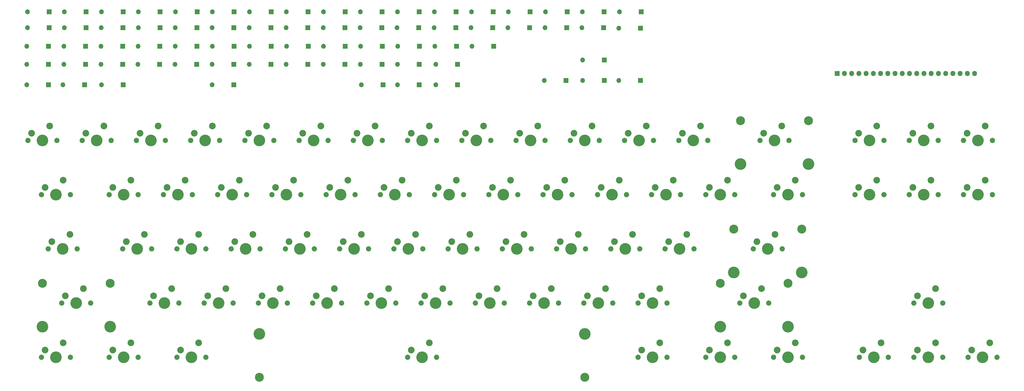
<source format=gbs>
%TF.GenerationSoftware,KiCad,Pcbnew,(5.1.6)-1*%
%TF.CreationDate,2020-11-26T21:26:18-06:00*%
%TF.ProjectId,Protomatrix,50726f74-6f6d-4617-9472-69782e6b6963,rev?*%
%TF.SameCoordinates,Original*%
%TF.FileFunction,Soldermask,Bot*%
%TF.FilePolarity,Negative*%
%FSLAX46Y46*%
G04 Gerber Fmt 4.6, Leading zero omitted, Abs format (unit mm)*
G04 Created by KiCad (PCBNEW (5.1.6)-1) date 2020-11-26 21:26:18*
%MOMM*%
%LPD*%
G01*
G04 APERTURE LIST*
%ADD10O,1.800000X1.800000*%
%ADD11R,1.800000X1.800000*%
%ADD12C,2.350000*%
%ADD13C,4.087800*%
%ADD14C,1.850000*%
%ADD15C,3.148000*%
%ADD16O,1.700000X1.700000*%
%ADD17R,1.700000X1.700000*%
G04 APERTURE END LIST*
D10*
%TO.C,J1*%
X195691250Y-49435000D03*
X193151250Y-49435000D03*
X190611250Y-49435000D03*
X188071250Y-49435000D03*
X185531250Y-49435000D03*
X182991250Y-49435000D03*
X180451250Y-49435000D03*
X177911250Y-49435000D03*
X175371250Y-49435000D03*
X172831250Y-49435000D03*
X170291250Y-49435000D03*
X167751250Y-49435000D03*
X165211250Y-49435000D03*
X162671250Y-49435000D03*
X160131250Y-49435000D03*
X157591250Y-49435000D03*
X155051250Y-49435000D03*
X152511250Y-49435000D03*
X149971250Y-49435000D03*
D11*
X147431250Y-49435000D03*
%TD*%
D12*
%TO.C,MX`1*%
X-129222500Y-67945000D03*
D13*
X-131762500Y-73025000D03*
D12*
X-135572500Y-70485000D03*
D14*
X-136842500Y-73025000D03*
X-126682500Y-73025000D03*
%TD*%
D12*
%TO.C,MX=1*%
X99377500Y-67945000D03*
D13*
X96837500Y-73025000D03*
D12*
X93027500Y-70485000D03*
D14*
X91757500Y-73025000D03*
X101917500Y-73025000D03*
%TD*%
D12*
%TO.C,MX-z1*%
X-86360000Y-125095000D03*
D13*
X-88900000Y-130175000D03*
D12*
X-92710000Y-127635000D03*
D14*
X-93980000Y-130175000D03*
X-83820000Y-130175000D03*
%TD*%
D12*
%TO.C,MX-Y1*%
X-5397500Y-86995000D03*
D13*
X-7937500Y-92075000D03*
D12*
X-11747500Y-89535000D03*
D14*
X-13017500Y-92075000D03*
X-2857500Y-92075000D03*
%TD*%
D12*
%TO.C,MX-x1*%
X-67310000Y-125095000D03*
D13*
X-69850000Y-130175000D03*
D12*
X-73660000Y-127635000D03*
D14*
X-74930000Y-130175000D03*
X-64770000Y-130175000D03*
%TD*%
D12*
%TO.C,MX-W1*%
X-81597500Y-86995000D03*
D13*
X-84137500Y-92075000D03*
D12*
X-87947500Y-89535000D03*
D14*
X-89217500Y-92075000D03*
X-79057500Y-92075000D03*
%TD*%
D12*
%TO.C,MX-v1*%
X-29210000Y-125095000D03*
D13*
X-31750000Y-130175000D03*
D12*
X-35560000Y-127635000D03*
D14*
X-36830000Y-130175000D03*
X-26670000Y-130175000D03*
%TD*%
D12*
%TO.C,MX-Up1*%
X181927500Y-125095000D03*
D13*
X179387500Y-130175000D03*
D12*
X175577500Y-127635000D03*
D14*
X174307500Y-130175000D03*
X184467500Y-130175000D03*
%TD*%
D12*
%TO.C,MX-U1*%
X13652500Y-86995000D03*
D13*
X11112500Y-92075000D03*
D12*
X7302500Y-89535000D03*
D14*
X6032500Y-92075000D03*
X16192500Y-92075000D03*
%TD*%
D12*
%TO.C,MX-Tab1*%
X-124460000Y-86995000D03*
D13*
X-127000000Y-92075000D03*
D12*
X-130810000Y-89535000D03*
D14*
X-132080000Y-92075000D03*
X-121920000Y-92075000D03*
%TD*%
D12*
%TO.C,MX-T1*%
X-24447500Y-86995000D03*
D13*
X-26987500Y-92075000D03*
D12*
X-30797500Y-89535000D03*
D14*
X-32067500Y-92075000D03*
X-21907500Y-92075000D03*
%TD*%
D12*
%TO.C,MX-Spc1*%
X4127500Y-144145000D03*
D13*
X1587500Y-149225000D03*
D12*
X-2222500Y-146685000D03*
D14*
X-3492500Y-149225000D03*
X6667500Y-149225000D03*
D15*
X-55562500Y-156210000D03*
X58737500Y-156210000D03*
D13*
X-55562500Y-140970000D03*
X58737500Y-140970000D03*
%TD*%
D12*
%TO.C,MX-s1*%
X-76835000Y-106045000D03*
D13*
X-79375000Y-111125000D03*
D12*
X-83185000Y-108585000D03*
D14*
X-84455000Y-111125000D03*
X-74295000Y-111125000D03*
%TD*%
D12*
%TO.C,MX-RSys1*%
X108902500Y-144145000D03*
D13*
X106362500Y-149225000D03*
D12*
X102552500Y-146685000D03*
D14*
X101282500Y-149225000D03*
X111442500Y-149225000D03*
%TD*%
D12*
%TO.C,MX-RShift1*%
X120808750Y-125095000D03*
D13*
X118268750Y-130175000D03*
D12*
X114458750Y-127635000D03*
D14*
X113188750Y-130175000D03*
X123348750Y-130175000D03*
D15*
X106362500Y-123190000D03*
X130175000Y-123190000D03*
D13*
X106362500Y-138430000D03*
X130175000Y-138430000D03*
%TD*%
D12*
%TO.C,MX-Right1*%
X201041000Y-144145000D03*
D13*
X198501000Y-149225000D03*
D12*
X194691000Y-146685000D03*
D14*
X193421000Y-149225000D03*
X203581000Y-149225000D03*
%TD*%
D12*
%TO.C,MX-RCtrl1*%
X132715000Y-144145000D03*
D13*
X130175000Y-149225000D03*
D12*
X126365000Y-146685000D03*
D14*
X125095000Y-149225000D03*
X135255000Y-149225000D03*
%TD*%
D12*
%TO.C,MX-RAlt1*%
X85090000Y-144145000D03*
D13*
X82550000Y-149225000D03*
D12*
X78740000Y-146685000D03*
D14*
X77470000Y-149225000D03*
X87630000Y-149225000D03*
%TD*%
D12*
%TO.C,MX-R1*%
X-43497500Y-86995000D03*
D13*
X-46037500Y-92075000D03*
D12*
X-49847500Y-89535000D03*
D14*
X-51117500Y-92075000D03*
X-40957500Y-92075000D03*
%TD*%
D12*
%TO.C,MX-Q1*%
X-100647500Y-86995000D03*
D13*
X-103187500Y-92075000D03*
D12*
X-106997500Y-89535000D03*
D14*
X-108267500Y-92075000D03*
X-98107500Y-92075000D03*
%TD*%
D12*
%TO.C,MX-PgUp1*%
X199390000Y-67945000D03*
D13*
X196850000Y-73025000D03*
D12*
X193040000Y-70485000D03*
D14*
X191770000Y-73025000D03*
X201930000Y-73025000D03*
%TD*%
D12*
%TO.C,MX-PgDn1*%
X199390000Y-86995000D03*
D13*
X196850000Y-92075000D03*
D12*
X193040000Y-89535000D03*
D14*
X191770000Y-92075000D03*
X201930000Y-92075000D03*
%TD*%
D12*
%TO.C,MX-p1*%
X70866000Y-86995000D03*
D13*
X68326000Y-92075000D03*
D12*
X64516000Y-89535000D03*
D14*
X63246000Y-92075000D03*
X73406000Y-92075000D03*
%TD*%
D12*
%TO.C,MX-O1*%
X51752500Y-86995000D03*
D13*
X49212500Y-92075000D03*
D12*
X45402500Y-89535000D03*
D14*
X44132500Y-92075000D03*
X54292500Y-92075000D03*
%TD*%
D12*
%TO.C,MX-n1*%
X8890000Y-125095000D03*
D13*
X6350000Y-130175000D03*
D12*
X2540000Y-127635000D03*
D14*
X1270000Y-130175000D03*
X11430000Y-130175000D03*
%TD*%
D12*
%TO.C,MX-m1*%
X27940000Y-125095000D03*
D13*
X25400000Y-130175000D03*
D12*
X21590000Y-127635000D03*
D14*
X20320000Y-130175000D03*
X30480000Y-130175000D03*
%TD*%
D12*
%TO.C,MX-LSys1*%
X-100647500Y-144145000D03*
D13*
X-103187500Y-149225000D03*
D12*
X-106997500Y-146685000D03*
D14*
X-108267500Y-149225000D03*
X-98107500Y-149225000D03*
%TD*%
D12*
%TO.C,MX-LShift1*%
X-117300250Y-125095250D03*
D13*
X-119840250Y-130175250D03*
D12*
X-123650250Y-127635250D03*
D14*
X-124920250Y-130175250D03*
X-114760250Y-130175250D03*
D15*
X-131746500Y-123190250D03*
X-107934000Y-123190250D03*
D13*
X-131746500Y-138430250D03*
X-107934000Y-138430250D03*
%TD*%
D12*
%TO.C,MX-Left1*%
X162814000Y-144145000D03*
D13*
X160274000Y-149225000D03*
D12*
X156464000Y-146685000D03*
D14*
X155194000Y-149225000D03*
X165354000Y-149225000D03*
%TD*%
D12*
%TO.C,MX-LCtrl1*%
X-124460000Y-144145000D03*
D13*
X-127000000Y-149225000D03*
D12*
X-130810000Y-146685000D03*
D14*
X-132080000Y-149225000D03*
X-121920000Y-149225000D03*
%TD*%
D12*
%TO.C,MX-LAlt1*%
X-76835000Y-144145000D03*
D13*
X-79375000Y-149225000D03*
D12*
X-83185000Y-146685000D03*
D14*
X-84455000Y-149225000D03*
X-74295000Y-149225000D03*
%TD*%
D12*
%TO.C,MX-l1*%
X56515000Y-106045000D03*
D13*
X53975000Y-111125000D03*
D12*
X50165000Y-108585000D03*
D14*
X48895000Y-111125000D03*
X59055000Y-111125000D03*
%TD*%
D12*
%TO.C,MX-k1*%
X37465000Y-106045000D03*
D13*
X34925000Y-111125000D03*
D12*
X31115000Y-108585000D03*
D14*
X29845000Y-111125000D03*
X40005000Y-111125000D03*
%TD*%
D12*
%TO.C,MX-j1*%
X18415000Y-106045000D03*
D13*
X15875000Y-111125000D03*
D12*
X12065000Y-108585000D03*
D14*
X10795000Y-111125000D03*
X20955000Y-111125000D03*
%TD*%
D12*
%TO.C,MX-Ins1*%
X161290000Y-67945000D03*
D13*
X158750000Y-73025000D03*
D12*
X154940000Y-70485000D03*
D14*
X153670000Y-73025000D03*
X163830000Y-73025000D03*
%TD*%
D12*
%TO.C,MX-i1*%
X32702500Y-86995000D03*
D13*
X30162500Y-92075000D03*
D12*
X26352500Y-89535000D03*
D14*
X25082500Y-92075000D03*
X35242500Y-92075000D03*
%TD*%
D12*
%TO.C,MX-Hm1*%
X180340000Y-67945000D03*
D13*
X177800000Y-73025000D03*
D12*
X173990000Y-70485000D03*
D14*
X172720000Y-73025000D03*
X182880000Y-73025000D03*
%TD*%
D12*
%TO.C,MX-h1*%
X-635000Y-106045000D03*
D13*
X-3175000Y-111125000D03*
D12*
X-6985000Y-108585000D03*
D14*
X-8255000Y-111125000D03*
X1905000Y-111125000D03*
%TD*%
D12*
%TO.C,MX-g1*%
X-19685000Y-106045000D03*
D13*
X-22225000Y-111125000D03*
D12*
X-26035000Y-108585000D03*
D14*
X-27305000Y-111125000D03*
X-17145000Y-111125000D03*
%TD*%
D12*
%TO.C,MX-f1*%
X-38735000Y-106045000D03*
D13*
X-41275000Y-111125000D03*
D12*
X-45085000Y-108585000D03*
D14*
X-46355000Y-111125000D03*
X-36195000Y-111125000D03*
%TD*%
D12*
%TO.C,MX-Enter1*%
X125571250Y-106045000D03*
D13*
X123031250Y-111125000D03*
D12*
X119221250Y-108585000D03*
D14*
X117951250Y-111125000D03*
X128111250Y-111125000D03*
D15*
X111125000Y-104140000D03*
X134937500Y-104140000D03*
D13*
X111125000Y-119380000D03*
X134937500Y-119380000D03*
%TD*%
D12*
%TO.C,MX-end1*%
X180340000Y-86995000D03*
D13*
X177800000Y-92075000D03*
D12*
X173990000Y-89535000D03*
D14*
X172720000Y-92075000D03*
X182880000Y-92075000D03*
%TD*%
D12*
%TO.C,MX-E1*%
X-62547500Y-86995000D03*
D13*
X-65087500Y-92075000D03*
D12*
X-68897500Y-89535000D03*
D14*
X-70167500Y-92075000D03*
X-60007500Y-92075000D03*
%TD*%
D12*
%TO.C,MX-Down1*%
X181927500Y-144145000D03*
D13*
X179387500Y-149225000D03*
D12*
X175577500Y-146685000D03*
D14*
X174307500Y-149225000D03*
X184467500Y-149225000D03*
%TD*%
D12*
%TO.C,MX-Del1*%
X161290000Y-86995000D03*
D13*
X158750000Y-92075000D03*
D12*
X154940000Y-89535000D03*
D14*
X153670000Y-92075000D03*
X163830000Y-92075000D03*
%TD*%
D12*
%TO.C,MX-d1*%
X-57785000Y-106045000D03*
D13*
X-60325000Y-111125000D03*
D12*
X-64135000Y-108585000D03*
D14*
X-65405000Y-111125000D03*
X-55245000Y-111125000D03*
%TD*%
D12*
%TO.C,MX-Caps1*%
X-122078750Y-106045000D03*
D13*
X-124618750Y-111125000D03*
D12*
X-128428750Y-108585000D03*
D14*
X-129698750Y-111125000D03*
X-119538750Y-111125000D03*
%TD*%
D12*
%TO.C,MX-c1*%
X-48260000Y-125095000D03*
D13*
X-50800000Y-130175000D03*
D12*
X-54610000Y-127635000D03*
D14*
X-55880000Y-130175000D03*
X-45720000Y-130175000D03*
%TD*%
D12*
%TO.C,MX-Bksp1*%
X127952500Y-67945000D03*
D13*
X125412500Y-73025000D03*
D12*
X121602500Y-70485000D03*
D14*
X120332500Y-73025000D03*
X130492500Y-73025000D03*
D15*
X113506250Y-66040000D03*
X137318750Y-66040000D03*
D13*
X113506250Y-81280000D03*
X137318750Y-81280000D03*
%TD*%
D12*
%TO.C,MX-b1*%
X-10160000Y-125095000D03*
D13*
X-12700000Y-130175000D03*
D12*
X-16510000Y-127635000D03*
D14*
X-17780000Y-130175000D03*
X-7620000Y-130175000D03*
%TD*%
D12*
%TO.C,MX-a1*%
X-95885000Y-106045000D03*
D13*
X-98425000Y-111125000D03*
D12*
X-102235000Y-108585000D03*
D14*
X-103505000Y-111125000D03*
X-93345000Y-111125000D03*
%TD*%
D12*
%TO.C,MX-]1*%
X108902500Y-86995000D03*
D13*
X106362500Y-92075000D03*
D12*
X102552500Y-89535000D03*
D14*
X101282500Y-92075000D03*
X111442500Y-92075000D03*
%TD*%
D12*
%TO.C,MX-\u005C1*%
X132715000Y-86995000D03*
D13*
X130175000Y-92075000D03*
D12*
X126365000Y-89535000D03*
D14*
X125095000Y-92075000D03*
X135255000Y-92075000D03*
%TD*%
D12*
%TO.C,MX-[1*%
X89852500Y-86995000D03*
D13*
X87312500Y-92075000D03*
D12*
X83502500Y-89535000D03*
D14*
X82232500Y-92075000D03*
X92392500Y-92075000D03*
%TD*%
D12*
%TO.C,MX-;1*%
X75565000Y-106045000D03*
D13*
X73025000Y-111125000D03*
D12*
X69215000Y-108585000D03*
D14*
X67945000Y-111125000D03*
X78105000Y-111125000D03*
%TD*%
D12*
%TO.C,MX-/1*%
X85090000Y-125095000D03*
D13*
X82550000Y-130175000D03*
D12*
X78740000Y-127635000D03*
D14*
X77470000Y-130175000D03*
X87630000Y-130175000D03*
%TD*%
D12*
%TO.C,MX-'1*%
X94615000Y-106045000D03*
D13*
X92075000Y-111125000D03*
D12*
X88265000Y-108585000D03*
D14*
X86995000Y-111125000D03*
X97155000Y-111125000D03*
%TD*%
D12*
%TO.C,MX-1*%
X80327500Y-67945000D03*
D13*
X77787500Y-73025000D03*
D12*
X73977500Y-70485000D03*
D14*
X72707500Y-73025000D03*
X82867500Y-73025000D03*
%TD*%
D12*
%TO.C,MX-.1*%
X66040000Y-125095000D03*
D13*
X63500000Y-130175000D03*
D12*
X59690000Y-127635000D03*
D14*
X58420000Y-130175000D03*
X68580000Y-130175000D03*
%TD*%
D12*
%TO.C,MX-\u002C1*%
X46990000Y-125095000D03*
D13*
X44450000Y-130175000D03*
D12*
X40640000Y-127635000D03*
D14*
X39370000Y-130175000D03*
X49530000Y-130175000D03*
%TD*%
D12*
%TO.C,MX9*%
X42227500Y-67945000D03*
D13*
X39687500Y-73025000D03*
D12*
X35877500Y-70485000D03*
D14*
X34607500Y-73025000D03*
X44767500Y-73025000D03*
%TD*%
D12*
%TO.C,MX8*%
X23177500Y-67945000D03*
D13*
X20637500Y-73025000D03*
D12*
X16827500Y-70485000D03*
D14*
X15557500Y-73025000D03*
X25717500Y-73025000D03*
%TD*%
D12*
%TO.C,MX7*%
X4127500Y-67945000D03*
D13*
X1587500Y-73025000D03*
D12*
X-2222500Y-70485000D03*
D14*
X-3492500Y-73025000D03*
X6667500Y-73025000D03*
%TD*%
D12*
%TO.C,MX6*%
X-14922500Y-67945000D03*
D13*
X-17462500Y-73025000D03*
D12*
X-21272500Y-70485000D03*
D14*
X-22542500Y-73025000D03*
X-12382500Y-73025000D03*
%TD*%
D12*
%TO.C,MX5*%
X-33972500Y-67945000D03*
D13*
X-36512500Y-73025000D03*
D12*
X-40322500Y-70485000D03*
D14*
X-41592500Y-73025000D03*
X-31432500Y-73025000D03*
%TD*%
D12*
%TO.C,MX4*%
X-53022500Y-67945000D03*
D13*
X-55562500Y-73025000D03*
D12*
X-59372500Y-70485000D03*
D14*
X-60642500Y-73025000D03*
X-50482500Y-73025000D03*
%TD*%
D12*
%TO.C,MX3*%
X-72072500Y-67945000D03*
D13*
X-74612500Y-73025000D03*
D12*
X-78422500Y-70485000D03*
D14*
X-79692500Y-73025000D03*
X-69532500Y-73025000D03*
%TD*%
D12*
%TO.C,MX2*%
X-91122500Y-67945000D03*
D13*
X-93662500Y-73025000D03*
D12*
X-97472500Y-70485000D03*
D14*
X-98742500Y-73025000D03*
X-88582500Y-73025000D03*
%TD*%
D12*
%TO.C,MX1*%
X-110172500Y-67945000D03*
D13*
X-112712500Y-73025000D03*
D12*
X-116522500Y-70485000D03*
D14*
X-117792500Y-73025000D03*
X-107632500Y-73025000D03*
%TD*%
D12*
%TO.C,MX0*%
X61277500Y-67945000D03*
D13*
X58737500Y-73025000D03*
D12*
X54927500Y-70485000D03*
D14*
X53657500Y-73025000D03*
X63817500Y-73025000D03*
%TD*%
D16*
%TO.C,D70*%
X70755000Y-51879750D03*
D17*
X78375000Y-51879750D03*
%TD*%
D16*
%TO.C,D69*%
X58055000Y-51879750D03*
D17*
X65675000Y-51879750D03*
%TD*%
D16*
%TO.C,D68*%
X44561250Y-51879750D03*
D17*
X52181250Y-51879750D03*
%TD*%
D16*
%TO.C,D67*%
X6461250Y-53403750D03*
D17*
X14081250Y-53403750D03*
%TD*%
D16*
%TO.C,D66*%
X-7032500Y-53403750D03*
D17*
X587500Y-53403750D03*
%TD*%
D16*
%TO.C,D65*%
X-19732500Y-53403750D03*
D17*
X-12112500Y-53403750D03*
%TD*%
D16*
%TO.C,D64*%
X-72120000Y-53403750D03*
D17*
X-64500000Y-53403750D03*
%TD*%
D16*
%TO.C,D63*%
X-111013750Y-53403750D03*
D17*
X-103393750Y-53403750D03*
%TD*%
D16*
%TO.C,D62*%
X-124507500Y-53403750D03*
D17*
X-116887500Y-53403750D03*
%TD*%
D16*
%TO.C,D61*%
X-137207500Y-53403750D03*
D17*
X-129587500Y-53403750D03*
%TD*%
D16*
%TO.C,D60*%
X58055000Y-44736000D03*
D17*
X65675000Y-44736000D03*
%TD*%
D16*
%TO.C,D59*%
X6461250Y-46260000D03*
D17*
X14081250Y-46260000D03*
%TD*%
D16*
%TO.C,D58*%
X-7032500Y-46260000D03*
D17*
X587500Y-46260000D03*
%TD*%
D16*
%TO.C,D57*%
X-20050000Y-46260000D03*
D17*
X-12430000Y-46260000D03*
%TD*%
D16*
%TO.C,D56*%
X-33067500Y-46260000D03*
D17*
X-25447500Y-46260000D03*
%TD*%
D16*
%TO.C,D55*%
X-46085000Y-46260000D03*
D17*
X-38465000Y-46260000D03*
%TD*%
D16*
%TO.C,D54*%
X-59102500Y-46260000D03*
D17*
X-51482500Y-46260000D03*
%TD*%
D16*
%TO.C,D53*%
X-72120000Y-46260000D03*
D17*
X-64500000Y-46260000D03*
%TD*%
D16*
%TO.C,D52*%
X-85137500Y-46260000D03*
D17*
X-77517500Y-46260000D03*
%TD*%
D16*
%TO.C,D51*%
X-98155000Y-46260000D03*
D17*
X-90535000Y-46260000D03*
%TD*%
D16*
%TO.C,D50*%
X-111172500Y-46260000D03*
D17*
X-103552500Y-46260000D03*
%TD*%
D16*
%TO.C,D49*%
X-124190000Y-46260000D03*
D17*
X-116570000Y-46260000D03*
%TD*%
D16*
%TO.C,D48*%
X-137207500Y-46260000D03*
D17*
X-129587500Y-46260000D03*
%TD*%
D16*
%TO.C,D47*%
X19161250Y-39910000D03*
D17*
X26781250Y-39910000D03*
%TD*%
D16*
%TO.C,D46*%
X6130519Y-39910000D03*
D17*
X13750519Y-39910000D03*
%TD*%
D16*
%TO.C,D45*%
X-6900210Y-39910000D03*
D17*
X719790Y-39910000D03*
%TD*%
D16*
%TO.C,D44*%
X-19930939Y-39910000D03*
D17*
X-12310939Y-39910000D03*
%TD*%
D16*
%TO.C,D43*%
X-32961668Y-39910000D03*
D17*
X-25341668Y-39910000D03*
%TD*%
D16*
%TO.C,D42*%
X-45992397Y-39910000D03*
D17*
X-38372397Y-39910000D03*
%TD*%
D16*
%TO.C,D41*%
X-59023126Y-39910000D03*
D17*
X-51403126Y-39910000D03*
%TD*%
D16*
%TO.C,D40*%
X-72053855Y-39910000D03*
D17*
X-64433855Y-39910000D03*
%TD*%
D16*
%TO.C,D39*%
X-85084584Y-39910000D03*
D17*
X-77464584Y-39910000D03*
%TD*%
D16*
%TO.C,D38*%
X-98115313Y-39910000D03*
D17*
X-90495313Y-39910000D03*
%TD*%
D16*
%TO.C,D37*%
X-111146042Y-39910000D03*
D17*
X-103526042Y-39910000D03*
%TD*%
D16*
%TO.C,D36*%
X-124176771Y-39910000D03*
D17*
X-116556771Y-39910000D03*
%TD*%
D16*
%TO.C,D35*%
X-137207500Y-39910000D03*
D17*
X-129587500Y-39910000D03*
%TD*%
D16*
%TO.C,D34*%
X-137001250Y-33337500D03*
D17*
X-129381250Y-33337500D03*
%TD*%
D16*
%TO.C,D33*%
X70755000Y-33560000D03*
D17*
X78375000Y-33560000D03*
%TD*%
D16*
%TO.C,D32*%
X57770225Y-33337500D03*
D17*
X65390225Y-33337500D03*
%TD*%
D16*
%TO.C,D31*%
X44785460Y-33337500D03*
D17*
X52405460Y-33337500D03*
%TD*%
D16*
%TO.C,D30*%
X31800695Y-33337500D03*
D17*
X39420695Y-33337500D03*
%TD*%
D16*
%TO.C,D29*%
X18815930Y-33337500D03*
D17*
X26435930Y-33337500D03*
%TD*%
D16*
%TO.C,D28*%
X5831165Y-33337500D03*
D17*
X13451165Y-33337500D03*
%TD*%
D16*
%TO.C,D27*%
X-7153600Y-33337500D03*
D17*
X466400Y-33337500D03*
%TD*%
D16*
%TO.C,D26*%
X-20138365Y-33337500D03*
D17*
X-12518365Y-33337500D03*
%TD*%
D16*
%TO.C,D25*%
X-33123130Y-33337500D03*
D17*
X-25503130Y-33337500D03*
%TD*%
D16*
%TO.C,D24*%
X-46107895Y-33337500D03*
D17*
X-38487895Y-33337500D03*
%TD*%
D16*
%TO.C,D23*%
X-59092660Y-33337500D03*
D17*
X-51472660Y-33337500D03*
%TD*%
D16*
%TO.C,D22*%
X-72077425Y-33337500D03*
D17*
X-64457425Y-33337500D03*
%TD*%
D16*
%TO.C,D21*%
X-85062190Y-33337500D03*
D17*
X-77442190Y-33337500D03*
%TD*%
D16*
%TO.C,D20*%
X-98046955Y-33337500D03*
D17*
X-90426955Y-33337500D03*
%TD*%
D16*
%TO.C,D19*%
X-111031720Y-33337500D03*
D17*
X-103411720Y-33337500D03*
%TD*%
D16*
%TO.C,D18*%
X-124016485Y-33337500D03*
D17*
X-116396485Y-33337500D03*
%TD*%
D16*
%TO.C,D17*%
X70961250Y-27781250D03*
D17*
X78581250Y-27781250D03*
%TD*%
D16*
%TO.C,D16*%
X57963590Y-27781250D03*
D17*
X65583590Y-27781250D03*
%TD*%
D16*
%TO.C,D15*%
X44965934Y-27781250D03*
D17*
X52585934Y-27781250D03*
%TD*%
D16*
%TO.C,D14*%
X31968278Y-27781250D03*
D17*
X39588278Y-27781250D03*
%TD*%
D16*
%TO.C,D13*%
X18970622Y-27781250D03*
D17*
X26590622Y-27781250D03*
%TD*%
D16*
%TO.C,D12*%
X5972966Y-27781250D03*
D17*
X13592966Y-27781250D03*
%TD*%
D16*
%TO.C,D11*%
X-7024690Y-27781250D03*
D17*
X595310Y-27781250D03*
%TD*%
D16*
%TO.C,D10*%
X-20022346Y-27781250D03*
D17*
X-12402346Y-27781250D03*
%TD*%
D16*
%TO.C,D9*%
X-33020002Y-27781250D03*
D17*
X-25400002Y-27781250D03*
%TD*%
D16*
%TO.C,D8*%
X-46017658Y-27781250D03*
D17*
X-38397658Y-27781250D03*
%TD*%
D16*
%TO.C,D7*%
X-59015314Y-27781250D03*
D17*
X-51395314Y-27781250D03*
%TD*%
D16*
%TO.C,D6*%
X-72012970Y-27781250D03*
D17*
X-64392970Y-27781250D03*
%TD*%
D16*
%TO.C,D5*%
X-85010626Y-27781250D03*
D17*
X-77390626Y-27781250D03*
%TD*%
D16*
%TO.C,D4*%
X-98008282Y-27781250D03*
D17*
X-90388282Y-27781250D03*
%TD*%
D16*
%TO.C,D3*%
X-111005938Y-27781250D03*
D17*
X-103385938Y-27781250D03*
%TD*%
D16*
%TO.C,D2*%
X-124003594Y-27781250D03*
D17*
X-116383594Y-27781250D03*
%TD*%
D16*
%TO.C,D1*%
X-137001250Y-27781250D03*
D17*
X-129381250Y-27781250D03*
%TD*%
M02*

</source>
